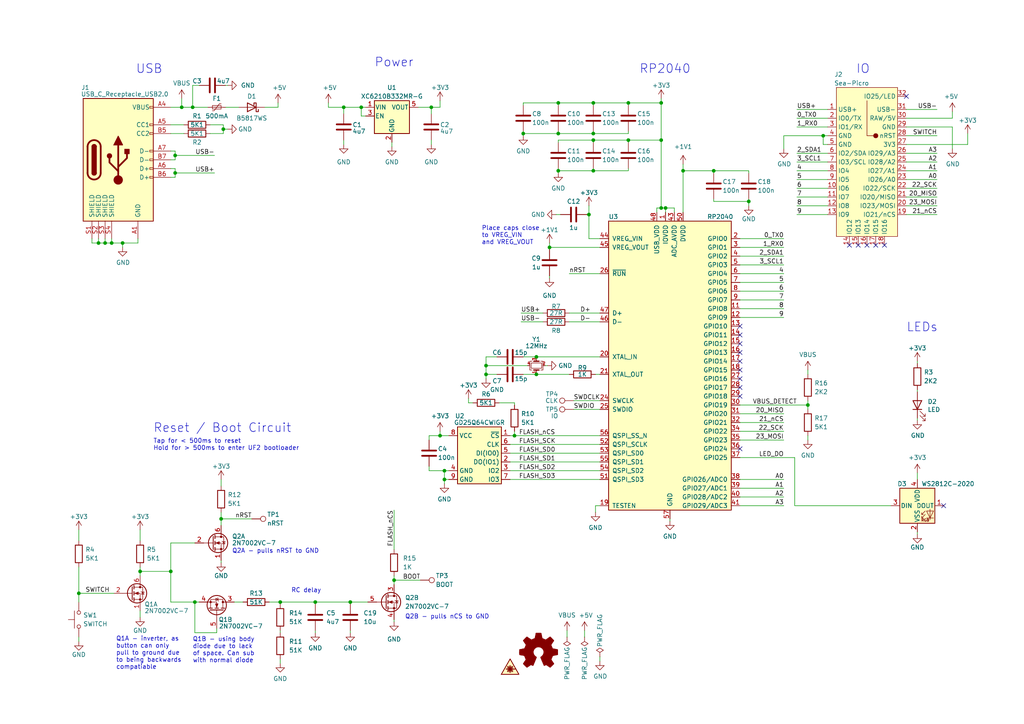
<source format=kicad_sch>
(kicad_sch (version 20211123) (generator eeschema)
  (paper "A4")
  (title_block (title "Sea Picro RST") (date "2022-07-28") (rev "1.0") (company "Josh Johnson"))
  (junction (at 170.815 62.23))
  (junction (at 40.64 165.735))
  (junction (at 32.385 70.485))
  (junction (at 140.97 106.045))
  (junction (at 207.01 49.53))
  (junction (at 125.095 31.115))
  (junction (at 56.515 174.625))
  (junction (at 64.77 37.465))
  (junction (at 64.135 150.495))
  (junction (at 172.085 38.735))
  (junction (at 182.245 29.845))
  (junction (at 151.765 38.735))
  (junction (at 161.925 49.53))
  (junction (at 182.245 40.64))
  (junction (at 50.8 45.085))
  (junction (at 234.315 117.475))
  (junction (at 28.575 70.485))
  (junction (at 193.04 60.325))
  (junction (at 35.56 70.485))
  (junction (at 191.77 40.64))
  (junction (at 172.085 49.53))
  (junction (at 104.775 31.115))
  (junction (at 159.385 71.755))
  (junction (at 52.705 31.115))
  (junction (at 30.48 70.485))
  (junction (at 198.12 49.53))
  (junction (at 50.8 50.165))
  (junction (at 101.6 174.625))
  (junction (at 155.575 108.585))
  (junction (at 22.86 172.085))
  (junction (at 161.925 38.735))
  (junction (at 91.44 174.625))
  (junction (at 127.635 126.365))
  (junction (at 49.53 165.735))
  (junction (at 140.97 108.585))
  (junction (at 155.575 103.505))
  (junction (at 128.905 136.525))
  (junction (at 55.88 31.115))
  (junction (at 99.695 31.115))
  (junction (at 81.28 174.625))
  (junction (at 114.3 168.275))
  (junction (at 128.905 139.065))
  (junction (at 172.085 29.845))
  (junction (at 191.77 29.845))
  (junction (at 172.085 40.64))
  (junction (at 149.225 126.365))
  (junction (at 161.925 29.845))
  (junction (at 217.17 58.42))
  (junction (at 238.76 39.37))
  (junction (at 191.77 60.325))
  (no_connect (at 214.63 130.175))
  (no_connect (at 214.63 107.315))
  (no_connect (at 214.63 112.395))
  (no_connect (at 214.63 97.155))
  (no_connect (at 214.63 99.695))
  (no_connect (at 214.63 114.935))
  (no_connect (at 214.63 104.775))
  (no_connect (at 214.63 94.615))
  (no_connect (at 214.63 109.855))
  (no_connect (at 273.685 146.685))
  (no_connect (at 214.63 102.235))
  (no_connect (at 254 71.12))
  (no_connect (at 256.54 71.12))
  (no_connect (at 262.89 27.94))
  (no_connect (at 251.46 71.12))
  (no_connect (at 248.92 71.12))
  (no_connect (at 246.38 71.12))
  (wire (pts (xy 128.905 136.525) (xy 128.905 139.065)))
  (wire (pts (xy 50.8 48.895) (xy 50.8 50.165)))
  (wire (pts (xy 266.065 121.285) (xy 266.065 121.92)))
  (wire (pts (xy 127.635 126.365) (xy 124.46 126.365)))
  (wire (pts (xy 151.765 30.48) (xy 151.765 29.845)))
  (wire (pts (xy 191.77 29.845) (xy 191.77 40.64)))
  (wire (pts (xy 60.96 36.195) (xy 64.77 36.195)))
  (wire (pts (xy 147.955 126.365) (xy 149.225 126.365)))
  (wire (pts (xy 182.245 29.845) (xy 191.77 29.845)))
  (wire (pts (xy 207.01 49.53) (xy 198.12 49.53)))
  (wire (pts (xy 56.515 174.625) (xy 49.53 174.625)))
  (wire (pts (xy 231.14 59.69) (xy 240.03 59.69)))
  (wire (pts (xy 191.77 40.64) (xy 191.77 60.325)))
  (wire (pts (xy 262.89 44.45) (xy 271.78 44.45)))
  (wire (pts (xy 114.3 167.005) (xy 114.3 168.275)))
  (wire (pts (xy 28.575 70.485) (xy 30.48 70.485)))
  (wire (pts (xy 182.245 29.845) (xy 182.245 30.48)))
  (wire (pts (xy 234.315 126.365) (xy 234.315 127.635)))
  (wire (pts (xy 214.63 92.075) (xy 227.33 92.075)))
  (wire (pts (xy 26.67 70.485) (xy 28.575 70.485)))
  (wire (pts (xy 140.97 103.505) (xy 140.97 106.045)))
  (wire (pts (xy 40.64 164.465) (xy 40.64 165.735)))
  (wire (pts (xy 80.645 31.115) (xy 80.645 29.845)))
  (wire (pts (xy 157.48 93.345) (xy 151.13 93.345)))
  (wire (pts (xy 231.14 57.15) (xy 240.03 57.15)))
  (wire (pts (xy 65.405 31.115) (xy 69.215 31.115)))
  (wire (pts (xy 32.385 69.215) (xy 32.385 70.485)))
  (wire (pts (xy 231.14 54.61) (xy 240.03 54.61)))
  (wire (pts (xy 64.135 148.59) (xy 64.135 150.495)))
  (wire (pts (xy 161.925 48.895) (xy 161.925 49.53)))
  (wire (pts (xy 173.99 71.755) (xy 159.385 71.755)))
  (wire (pts (xy 155.575 108.585) (xy 165.1 108.585)))
  (wire (pts (xy 198.12 49.53) (xy 198.12 61.595)))
  (wire (pts (xy 22.86 164.465) (xy 22.86 172.085)))
  (wire (pts (xy 214.63 71.755) (xy 227.33 71.755)))
  (wire (pts (xy 99.695 31.115) (xy 104.775 31.115)))
  (wire (pts (xy 22.86 172.085) (xy 22.86 174.625)))
  (wire (pts (xy 231.14 36.83) (xy 240.03 36.83)))
  (wire (pts (xy 169.545 182.88) (xy 169.545 184.785)))
  (wire (pts (xy 230.505 146.685) (xy 230.505 132.715)))
  (wire (pts (xy 55.88 24.765) (xy 57.785 24.765)))
  (wire (pts (xy 49.53 48.895) (xy 50.8 48.895)))
  (wire (pts (xy 50.8 50.165) (xy 50.8 51.435)))
  (wire (pts (xy 191.77 28.575) (xy 191.77 29.845)))
  (wire (pts (xy 276.225 34.29) (xy 276.225 32.385)))
  (wire (pts (xy 50.8 45.085) (xy 62.23 45.085)))
  (wire (pts (xy 238.76 41.91) (xy 238.76 39.37)))
  (wire (pts (xy 276.225 36.83) (xy 276.225 43.18)))
  (wire (pts (xy 172.085 30.48) (xy 172.085 29.845)))
  (wire (pts (xy 166.37 118.745) (xy 173.99 118.745)))
  (wire (pts (xy 64.135 150.495) (xy 73.025 150.495)))
  (wire (pts (xy 262.89 46.99) (xy 271.78 46.99)))
  (wire (pts (xy 207.01 57.785) (xy 207.01 58.42)))
  (wire (pts (xy 266.065 105.41) (xy 266.065 104.775)))
  (wire (pts (xy 193.04 60.325) (xy 191.77 60.325)))
  (wire (pts (xy 231.14 31.75) (xy 240.03 31.75)))
  (wire (pts (xy 231.14 46.99) (xy 240.03 46.99)))
  (wire (pts (xy 64.135 150.495) (xy 64.135 152.4)))
  (wire (pts (xy 81.28 191.135) (xy 81.28 192.405)))
  (wire (pts (xy 182.245 38.1) (xy 182.245 38.735)))
  (wire (pts (xy 172.085 38.735) (xy 182.245 38.735)))
  (wire (pts (xy 240.03 41.91) (xy 238.76 41.91)))
  (wire (pts (xy 214.63 144.145) (xy 227.33 144.145)))
  (wire (pts (xy 49.53 174.625) (xy 49.53 165.735)))
  (wire (pts (xy 121.285 31.115) (xy 125.095 31.115)))
  (wire (pts (xy 140.97 108.585) (xy 140.97 109.855)))
  (wire (pts (xy 114.3 147.955) (xy 114.3 159.385)))
  (wire (pts (xy 22.86 153.67) (xy 22.86 156.845)))
  (wire (pts (xy 101.6 174.625) (xy 106.68 174.625)))
  (wire (pts (xy 214.63 74.295) (xy 227.33 74.295)))
  (wire (pts (xy 214.63 127.635) (xy 227.33 127.635)))
  (wire (pts (xy 64.77 36.195) (xy 64.77 37.465)))
  (wire (pts (xy 182.245 48.895) (xy 182.245 49.53)))
  (wire (pts (xy 147.955 133.985) (xy 173.99 133.985)))
  (wire (pts (xy 161.925 38.735) (xy 172.085 38.735)))
  (wire (pts (xy 207.01 49.53) (xy 217.17 49.53)))
  (wire (pts (xy 53.34 36.195) (xy 49.53 36.195)))
  (wire (pts (xy 127.635 29.21) (xy 127.635 31.115)))
  (wire (pts (xy 140.97 106.045) (xy 140.97 108.585)))
  (wire (pts (xy 159.385 70.485) (xy 159.385 71.755)))
  (wire (pts (xy 170.815 62.23) (xy 170.815 69.215)))
  (wire (pts (xy 99.695 31.115) (xy 99.695 33.02)))
  (wire (pts (xy 149.225 125.095) (xy 149.225 126.365)))
  (wire (pts (xy 172.085 49.53) (xy 182.245 49.53)))
  (wire (pts (xy 198.12 47.625) (xy 198.12 49.53)))
  (wire (pts (xy 157.48 90.805) (xy 151.13 90.805)))
  (wire (pts (xy 266.065 113.665) (xy 266.065 113.03)))
  (wire (pts (xy 262.89 39.37) (xy 271.78 39.37)))
  (wire (pts (xy 217.17 58.42) (xy 217.17 59.69)))
  (wire (pts (xy 49.53 43.815) (xy 50.8 43.815)))
  (wire (pts (xy 172.085 29.845) (xy 182.245 29.845)))
  (wire (pts (xy 234.315 117.475) (xy 234.315 118.745)))
  (wire (pts (xy 214.63 117.475) (xy 234.315 117.475)))
  (wire (pts (xy 262.89 36.83) (xy 276.225 36.83)))
  (wire (pts (xy 65.405 24.765) (xy 66.04 24.765)))
  (wire (pts (xy 207.01 50.165) (xy 207.01 49.53)))
  (wire (pts (xy 50.8 46.355) (xy 49.53 46.355)))
  (wire (pts (xy 22.86 172.085) (xy 33.02 172.085)))
  (wire (pts (xy 161.925 29.845) (xy 161.925 30.48)))
  (wire (pts (xy 101.6 182.88) (xy 101.6 183.515)))
  (wire (pts (xy 130.175 136.525) (xy 128.905 136.525)))
  (wire (pts (xy 26.67 69.215) (xy 26.67 70.485)))
  (wire (pts (xy 262.89 62.23) (xy 271.78 62.23)))
  (wire (pts (xy 104.775 33.655) (xy 104.775 31.115)))
  (wire (pts (xy 147.955 136.525) (xy 173.99 136.525)))
  (wire (pts (xy 50.8 51.435) (xy 49.53 51.435)))
  (wire (pts (xy 128.905 139.065) (xy 130.175 139.065)))
  (wire (pts (xy 262.89 52.07) (xy 271.78 52.07)))
  (wire (pts (xy 214.63 139.065) (xy 227.33 139.065)))
  (wire (pts (xy 52.705 28.575) (xy 52.705 31.115)))
  (wire (pts (xy 28.575 69.215) (xy 28.575 70.485)))
  (wire (pts (xy 214.63 141.605) (xy 227.33 141.605)))
  (wire (pts (xy 266.065 137.16) (xy 266.065 139.065)))
  (wire (pts (xy 81.28 182.88) (xy 81.28 183.515)))
  (wire (pts (xy 140.97 108.585) (xy 144.145 108.585)))
  (wire (pts (xy 50.8 45.085) (xy 50.8 46.355)))
  (wire (pts (xy 101.6 175.26) (xy 101.6 174.625)))
  (wire (pts (xy 214.63 84.455) (xy 227.33 84.455)))
  (wire (pts (xy 161.925 49.53) (xy 172.085 49.53)))
  (wire (pts (xy 60.96 38.735) (xy 64.77 38.735)))
  (wire (pts (xy 151.765 29.845) (xy 161.925 29.845)))
  (wire (pts (xy 172.085 40.64) (xy 172.085 41.275)))
  (wire (pts (xy 40.64 165.735) (xy 40.64 167.005)))
  (wire (pts (xy 172.085 38.1) (xy 172.085 38.735)))
  (wire (pts (xy 234.315 107.315) (xy 234.315 108.585)))
  (wire (pts (xy 125.095 31.115) (xy 125.095 33.02)))
  (wire (pts (xy 173.99 146.685) (xy 172.72 146.685)))
  (wire (pts (xy 164.465 182.88) (xy 164.465 184.785)))
  (wire (pts (xy 128.905 139.065) (xy 128.905 140.335)))
  (wire (pts (xy 32.385 70.485) (xy 35.56 70.485)))
  (wire (pts (xy 30.48 70.485) (xy 32.385 70.485)))
  (wire (pts (xy 217.17 49.53) (xy 217.17 50.165)))
  (wire (pts (xy 147.955 128.905) (xy 173.99 128.905)))
  (wire (pts (xy 172.72 146.685) (xy 172.72 148.59)))
  (wire (pts (xy 135.89 115.57) (xy 135.89 116.84)))
  (wire (pts (xy 214.63 122.555) (xy 227.33 122.555)))
  (wire (pts (xy 64.135 139.065) (xy 64.135 140.97)))
  (wire (pts (xy 147.955 139.065) (xy 173.99 139.065)))
  (wire (pts (xy 149.225 116.84) (xy 149.225 117.475)))
  (wire (pts (xy 113.665 41.275) (xy 113.665 42.545)))
  (wire (pts (xy 151.765 38.735) (xy 161.925 38.735)))
  (wire (pts (xy 81.28 174.625) (xy 91.44 174.625)))
  (wire (pts (xy 106.045 33.655) (xy 104.775 33.655)))
  (wire (pts (xy 230.505 146.685) (xy 258.445 146.685)))
  (wire (pts (xy 161.925 29.845) (xy 172.085 29.845)))
  (wire (pts (xy 67.945 174.625) (xy 70.485 174.625)))
  (wire (pts (xy 193.04 60.325) (xy 193.04 61.595)))
  (wire (pts (xy 127.635 125.095) (xy 127.635 126.365)))
  (wire (pts (xy 151.765 38.735) (xy 151.765 39.37)))
  (wire (pts (xy 234.315 116.205) (xy 234.315 117.475)))
  (wire (pts (xy 50.8 50.165) (xy 62.23 50.165)))
  (wire (pts (xy 231.14 52.07) (xy 240.03 52.07)))
  (wire (pts (xy 262.89 57.15) (xy 271.78 57.15)))
  (wire (pts (xy 173.99 191.77) (xy 173.99 190.5)))
  (wire (pts (xy 151.765 38.1) (xy 151.765 38.735)))
  (wire (pts (xy 173.99 69.215) (xy 170.815 69.215)))
  (wire (pts (xy 214.63 81.915) (xy 227.33 81.915)))
  (wire (pts (xy 214.63 79.375) (xy 227.33 79.375)))
  (wire (pts (xy 144.78 116.84) (xy 149.225 116.84)))
  (wire (pts (xy 50.8 43.815) (xy 50.8 45.085)))
  (wire (pts (xy 214.63 132.715) (xy 230.505 132.715)))
  (wire (pts (xy 55.88 31.115) (xy 60.325 31.115)))
  (wire (pts (xy 166.37 116.205) (xy 173.99 116.205)))
  (wire (pts (xy 182.245 40.64) (xy 191.77 40.64)))
  (wire (pts (xy 56.515 183.515) (xy 56.515 174.625)))
  (wire (pts (xy 214.63 125.095) (xy 227.33 125.095)))
  (wire (pts (xy 214.63 89.535) (xy 227.33 89.535)))
  (wire (pts (xy 194.31 150.495) (xy 194.31 151.13)))
  (wire (pts (xy 40.64 177.165) (xy 40.64 179.07)))
  (wire (pts (xy 170.18 62.23) (xy 170.815 62.23)))
  (wire (pts (xy 125.095 40.64) (xy 125.095 41.91)))
  (wire (pts (xy 195.58 60.325) (xy 193.04 60.325)))
  (wire (pts (xy 81.28 174.625) (xy 78.105 174.625)))
  (wire (pts (xy 159.385 71.755) (xy 159.385 72.39)))
  (wire (pts (xy 172.085 48.895) (xy 172.085 49.53)))
  (wire (pts (xy 149.225 126.365) (xy 173.99 126.365)))
  (wire (pts (xy 262.89 54.61) (xy 271.78 54.61)))
  (wire (pts (xy 231.14 44.45) (xy 240.03 44.45)))
  (wire (pts (xy 81.28 175.26) (xy 81.28 174.625)))
  (wire (pts (xy 191.77 60.325) (xy 190.5 60.325)))
  (wire (pts (xy 280.67 38.735) (xy 280.67 41.91)))
  (wire (pts (xy 49.53 165.735) (xy 40.64 165.735)))
  (wire (pts (xy 62.865 183.515) (xy 56.515 183.515)))
  (wire (pts (xy 161.925 40.64) (xy 172.085 40.64)))
  (wire (pts (xy 127.635 126.365) (xy 130.175 126.365)))
  (wire (pts (xy 159.385 80.01) (xy 159.385 80.645)))
  (wire (pts (xy 64.77 37.465) (xy 64.77 38.735)))
  (wire (pts (xy 214.63 76.835) (xy 227.33 76.835)))
  (wire (pts (xy 165.1 93.345) (xy 173.99 93.345)))
  (wire (pts (xy 217.17 57.785) (xy 217.17 58.42)))
  (wire (pts (xy 49.53 31.115) (xy 52.705 31.115)))
  (wire (pts (xy 40.64 153.67) (xy 40.64 156.845)))
  (wire (pts (xy 91.44 182.88) (xy 91.44 183.515)))
  (wire (pts (xy 266.065 154.305) (xy 266.065 154.94)))
  (wire (pts (xy 53.34 38.735) (xy 49.53 38.735)))
  (wire (pts (xy 151.765 108.585) (xy 155.575 108.585)))
  (wire (pts (xy 227.33 39.37) (xy 238.76 39.37)))
  (wire (pts (xy 95.25 31.115) (xy 95.25 29.845)))
  (wire (pts (xy 161.29 62.23) (xy 162.56 62.23)))
  (wire (pts (xy 158.115 106.045) (xy 158.75 106.045)))
  (wire (pts (xy 231.14 34.29) (xy 240.03 34.29)))
  (wire (pts (xy 161.925 41.275) (xy 161.925 40.64)))
  (wire (pts (xy 62.865 182.245) (xy 62.865 183.515)))
  (wire (pts (xy 165.1 90.805) (xy 173.99 90.805)))
  (wire (pts (xy 190.5 60.325) (xy 190.5 61.595)))
  (wire (pts (xy 114.3 179.705) (xy 114.3 180.34)))
  (wire (pts (xy 140.97 106.045) (xy 153.035 106.045)))
  (wire (pts (xy 182.245 41.275) (xy 182.245 40.64)))
  (wire (pts (xy 227.33 39.37) (xy 227.33 43.18)))
  (wire (pts (xy 64.135 162.56) (xy 64.135 163.195)))
  (wire (pts (xy 125.095 31.115) (xy 127.635 31.115)))
  (wire (pts (xy 104.775 31.115) (xy 106.045 31.115)))
  (wire (pts (xy 161.925 49.53) (xy 161.925 50.165)))
  (wire (pts (xy 173.99 79.375) (xy 165.1 79.375)))
  (wire (pts (xy 40.005 69.215) (xy 40.005 70.485)))
  (wire (pts (xy 66.04 37.465) (xy 64.77 37.465)))
  (wire (pts (xy 161.925 38.1) (xy 161.925 38.735)))
  (wire (pts (xy 55.88 24.765) (xy 55.88 31.115)))
  (wire (pts (xy 52.705 31.115) (xy 55.88 31.115)))
  (wire (pts (xy 195.58 61.595) (xy 195.58 60.325)))
  (wire (pts (xy 214.63 146.685) (xy 227.33 146.685)))
  (wire (pts (xy 262.89 41.91) (xy 280.67 41.91)))
  (wire (pts (xy 262.89 49.53) (xy 271.78 49.53)))
  (wire (pts (xy 231.14 49.53) (xy 240.03 49.53)))
  (wire (pts (xy 124.46 126.365) (xy 124.46 127.635)))
  (wire (pts (xy 30.48 69.215) (xy 30.48 70.485)))
  (wire (pts (xy 155.575 103.505) (xy 173.99 103.505)))
  (wire (pts (xy 214.63 120.015) (xy 227.33 120.015)))
  (wire (pts (xy 147.955 131.445) (xy 173.99 131.445)))
  (wire (pts (xy 49.53 157.48) (xy 56.515 157.48)))
  (wire (pts (xy 207.01 58.42) (xy 217.17 58.42)))
  (wire (pts (xy 35.56 70.485) (xy 40.005 70.485)))
  (wire (pts (xy 76.835 31.115) (xy 80.645 31.115)))
  (wire (pts (xy 124.46 135.255) (xy 124.46 136.525)))
  (wire (pts (xy 99.695 40.64) (xy 99.695 41.91)))
  (wire (pts (xy 95.25 31.115) (xy 99.695 31.115)))
  (wire (pts (xy 262.89 34.29) (xy 276.225 34.29)))
  (wire (pts (xy 231.14 62.23) (xy 240.03 62.23)))
  (wire (pts (xy 262.89 31.75) (xy 271.78 31.75)))
  (wire (pts (xy 114.3 168.275) (xy 121.92 168.275)))
  (wire (pts (xy 262.89 59.69) (xy 271.78 59.69)))
  (wire (pts (xy 135.89 116.84) (xy 137.16 116.84)))
  (wire (pts (xy 172.085 40.64) (xy 182.245 40.64)))
  (wire (pts (xy 170.815 59.69) (xy 170.815 62.23)))
  (wire (pts (xy 144.145 103.505) (xy 140.97 103.505)))
  (wire (pts (xy 124.46 136.525) (xy 128.905 136.525)))
  (wire (pts (xy 172.72 108.585) (xy 173.99 108.585)))
  (wire (pts (xy 91.44 175.26) (xy 91.44 174.625)))
  (wire (pts (xy 238.76 39.37) (xy 240.03 39.37)))
  (wire (pts (xy 214.63 69.215) (xy 227.33 69.215)))
  (wire (pts (xy 56.515 174.625) (xy 57.785 174.625)))
  (wire (pts (xy 114.3 168.275) (xy 114.3 169.545)))
  (wire (pts (xy 49.53 157.48) (xy 49.53 165.735)))
  (wire (pts (xy 91.44 174.625) (xy 101.6 174.625)))
  (wire (pts (xy 214.63 86.995) (xy 227.33 86.995)))
  (wire (pts (xy 151.765 103.505) (xy 155.575 103.505)))
  (wire (pts (xy 22.86 184.785) (xy 22.86 186.055)))
  (wire (pts (xy 35.56 71.755) (xy 35.56 70.485)))
  (text "LEDs" (at 262.89 96.52 0) (effects (font (size 2.54 2.54)) (justify left bottom)))
  (text "RP2040" (at 185.42 21.59 0) (effects (font (size 2.54 2.54)) (justify left bottom)))
  (text "Power" (at 108.585 19.685 0) (effects (font (size 2.54 2.54)) (justify left bottom)))
  (text "Q2A - pulls nRST to GND" (at 67.31 160.655 0) (effects (font (size 1.27 1.27)) (justify left bottom)))
  (text "Q1A - inverter, as \nbutton can only \npull to ground due\nto being backwards\ncompatiable" (at 33.655 194.31 0) (effects (font (size 1.27 1.27)) (justify left bottom)))
  (text "Place caps close \nto VREG_VIN \nand VREG_VOUT" (at 139.7 71.12 0) (effects (font (size 1.27 1.27)) (justify left bottom)))
  (text "Q1B - using body \ndiode due to lack\nof space. Can sub\nwith normal diode" (at 55.88 192.405 0) (effects (font (size 1.27 1.27)) (justify left bottom)))
  (text "Tap for < 500ms to reset\nHold for > 500ms to enter UF2 bootloader" (at 44.45 130.81 0) (effects (font (size 1.27 1.27)) (justify left bottom)))
  (text "RC delay" (at 84.455 172.085 0) (effects (font (size 1.27 1.27)) (justify left bottom)))
  (text "Reset / Boot Circuit" (at 44.45 125.73 0) (effects (font (size 2.54 2.54)) (justify left bottom)))
  (text "IO" (at 248.285 21.59 0) (effects (font (size 2.54 2.54)) (justify left bottom)))
  (text "USB" (at 39.37 21.59 0) (effects (font (size 2.54 2.54)) (justify left bottom)))
  (text "Q2B - pulls nCS to GND" (at 117.475 179.705 0) (effects (font (size 1.27 1.27)) (justify left bottom)))
  (label "23_MOSI" (at 227.33 127.635 180))
  (label "USB-" (at 62.23 45.085 180))
  (label "4" (at 231.14 49.53 0))
  (label "SWDIO" (at 166.37 118.745 0))
  (label "3_SCL1" (at 227.33 76.835 180))
  (label "SWDCLK" (at 166.37 116.205 0))
  (label "22_SCK" (at 227.33 125.095 180))
  (label "7" (at 231.14 57.15 0))
  (label "A2" (at 227.33 144.145 180))
  (label "4" (at 227.33 79.375 180))
  (label "3_SCL1" (at 231.14 46.99 0))
  (label "USB-" (at 271.78 31.75 180))
  (label "2_SDA1" (at 231.14 44.45 0))
  (label "5" (at 231.14 52.07 0))
  (label "USB+" (at 231.14 31.75 0))
  (label "22_SCK" (at 271.78 54.61 180))
  (label "6" (at 231.14 54.61 0))
  (label "nRST" (at 165.1 79.375 0))
  (label "20_MISO" (at 227.33 120.015 180))
  (label "USB-" (at 151.13 93.345 0))
  (label "23_MOSI" (at 271.78 59.69 180))
  (label "FLASH_SD0" (at 150.495 131.445 0))
  (label "FLASH_SD3" (at 150.495 139.065 0))
  (label "SWITCH" (at 24.765 172.085 0))
  (label "FLASH_nCS" (at 114.3 147.955 270))
  (label "9" (at 227.33 92.075 180))
  (label "A1" (at 227.33 141.605 180))
  (label "FLASH_nCS" (at 150.495 126.365 0))
  (label "21_nCS" (at 227.33 122.555 180))
  (label "8" (at 227.33 89.535 180))
  (label "5" (at 227.33 81.915 180))
  (label "A0" (at 227.33 139.065 180))
  (label "D-" (at 168.275 93.345 0))
  (label "USB+" (at 62.23 50.165 180))
  (label "0_TX0" (at 227.33 69.215 180))
  (label "USB+" (at 151.13 90.805 0))
  (label "LED_DO" (at 227.33 132.715 180))
  (label "9" (at 231.14 62.23 0))
  (label "6" (at 227.33 84.455 180))
  (label "21_nCS" (at 271.78 62.23 180))
  (label "7" (at 227.33 86.995 180))
  (label "8" (at 231.14 59.69 0))
  (label "nRST" (at 73.025 150.495 180))
  (label "0_TX0" (at 231.14 34.29 0))
  (label "D+" (at 168.275 90.805 0))
  (label "A3" (at 271.78 44.45 180))
  (label "FLASH_SCK" (at 150.495 128.905 0))
  (label "20_MISO" (at 271.78 57.15 180))
  (label "VBUS_DETECT" (at 231.14 117.475 180))
  (label "SWITCH" (at 271.78 39.37 180))
  (label "A0" (at 271.78 52.07 180))
  (label "1_RX0" (at 231.14 36.83 0))
  (label "A3" (at 227.33 146.685 180))
  (label "A2" (at 271.78 46.99 180))
  (label "1_RX0" (at 227.33 71.755 180))
  (label "BOOT" (at 121.92 168.275 180))
  (label "FLASH_SD2" (at 150.495 136.525 0))
  (label "2_SDA1" (at 227.33 74.295 180))
  (label "FLASH_SD1" (at 150.495 133.985 0))
  (label "A1" (at 271.78 49.53 180))
  (symbol (lib_id "power:GND") (at 35.56 71.755 0) (unit 1)
    (property "Reference" "#PWR01" (effects hide))
    (property "Value" "GND" (at 35.687 76.1492 0))
  )
  (symbol (lib_id "Device:R") (at 57.15 36.195 270) (unit 1)
    (property "Reference" "R1" (at 57.15 33.655 90))
    (property "Value" "5K1" (at 57.15 36.195 90))
    (property "Footprint" "Resistor_SMD:R_0402_1005Metric" (effects hide))
    (property "LCSC" "C25905" (effects hide))
    (property "MPN " "0402WGF5101TCE" (effects hide))
    (property "Manufacturer" "UNI-ROYAL(Uniroyal Elec)" (effects hide))
    (property "JLC Basic" "Y" (effects hide))
    (property "Substitute" "Y" (effects hide))
  )
  (symbol (lib_id "Device:R") (at 57.15 38.735 270) (unit 1)
    (property "Reference" "R2" (at 57.15 41.275 90))
    (property "Value" "5K1" (at 57.15 38.735 90))
    (property "Footprint" "Resistor_SMD:R_0402_1005Metric" (effects hide))
    (property "LCSC" "C25905" (effects hide))
    (property "MPN " "0402WGF5101TCE" (effects hide))
    (property "Manufacturer" "UNI-ROYAL(Uniroyal Elec)" (effects hide))
    (property "JLC Basic" "Y" (effects hide))
    (property "Substitute" "Y" (effects hide))
  )
  (symbol (lib_id "power:GND") (at 66.04 37.465 90) (unit 1)
    (property "Reference" "#PWR02" (effects hide))
    (property "Value" "GND" (at 71.12 37.465 90))
  )
  (symbol (lib_id "Device:D_Schottky") (at 73.025 31.115 180) (unit 1)
    (property "Reference" "D1" (at 73.025 27.94 0))
    (property "Value" "B5817WS" (at 73.025 34.29 0))
    (property "Footprint" "josh-passives-smt:D_SOD-323" (effects hide))
    (property "LCSC" "C122854" (effects hide))
    (property "MPN " "B5817WS" (effects hide))
    (property "Manufacturer" "Shikues" (effects hide))
    (property "JLC Basic" "N" (effects hide))
    (property "Substitute" "N" (effects hide))
  )
  (symbol (lib_id "power:+5V") (at 80.645 29.845 0) (unit 1)
    (property "Reference" "#PWR05" (effects hide))
    (property "Value" "+5V" (at 81.026 25.4508 0))
  )
  (symbol (lib_id "Device:Polyfuse_Small") (at 62.865 31.115 270) (unit 1)
    (property "Reference" "F1" (at 62.865 28.575 90))
    (property "Value" "500mA" (at 62.865 33.655 90))
    (property "Footprint" "josh-passives-smt:Fuse_0603_1608Metric" (effects hide))
    (property "LCSC" "C210357" (effects hide))
    (property "MPN " "MF-FSMF050X-2" (effects hide))
    (property "Manufacturer" "BOURNS" (effects hide))
    (property "JLC Basic" "N" (effects hide))
    (property "Substitute" "Y" (effects hide))
  )
  (symbol (lib_id "Device:LED") (at 266.065 117.475 90) (unit 1)
    (property "Reference" "D2" (at 269.0368 116.4844 90) (effects (justify right)))
    (property "Value" "LED" (at 269.0368 118.7958 90) (effects (justify right)))
    (property "Footprint" "LED_SMD:LED_0603_1608Metric" (effects hide))
    (property "LCSC" "C268294" (effects hide))
    (property "MPN " "OSK40603C1E" (effects hide))
    (property "Manufacturer" "OptoSupply" (effects hide))
    (property "JLC Basic" "Y" (effects hide))
    (property "Substitute" "Y - any pink" (effects hide))
  )
  (symbol (lib_id "power:GND") (at 266.065 121.92 0) (unit 1)
    (property "Reference" "#PWR07" (effects hide))
    (property "Value" "GND" (at 266.192 126.3142 0))
  )
  (symbol (lib_id "power:GND") (at 227.33 43.18 0) (unit 1)
    (property "Reference" "#PWR03" (effects hide))
    (property "Value" "GND" (at 227.457 47.5742 0))
  )
  (symbol (lib_id "power:+5V") (at 276.225 32.385 0) (mirror y) (unit 1)
    (property "Reference" "#PWR010" (effects hide))
    (property "Value" "+5V" (at 275.844 27.9908 0))
  )
  (symbol (lib_id "power:GND") (at 276.225 43.18 0) (unit 1)
    (property "Reference" "#PWR09" (effects hide))
    (property "Value" "GND" (at 276.352 47.5742 0))
  )
  (symbol (lib_id "power:PWR_FLAG") (at 173.99 190.5 0) (unit 1)
    (property "Reference" "#FLG04" (effects hide))
    (property "Value" "PWR_FLAG" (at 173.99 182.88 90))
  )
  (symbol (lib_id "power:GND") (at 173.99 191.77 0) (unit 1)
    (property "Reference" "#PWR017" (effects hide))
    (property "Value" "GND" (at 174.117 196.1642 0))
  )
  (symbol (lib_id "Graphic:Logo_Open_Hardware_Small") (at 156.21 189.23 0) (unit 1) (in_bom no)
    (property "Reference" "LOGO1" (effects hide))
    (property "Value" "Logo_Open_Hardware_Small" (effects hide))
    (property "Footprint" "josh-logos:OSHW_Logo_3.6x3.6_F.Mask" (effects hide))
  )
  (symbol (lib_id "Connector:TestPoint") (at 121.92 168.275 270) (unit 1) (in_bom no)
    (property "Reference" "TP3" (at 126.365 167.005 90) (effects (justify left)))
    (property "Value" "BOOT" (at 126.365 169.545 90) (effects (justify left)))
    (property "Footprint" "josh-test-point:TestPoint_SMDPad_D1.0mm_NO_SILK" (effects hide))
  )
  (symbol (lib_id "Device:C") (at 159.385 76.2 0) (mirror y) (unit 1)
    (property "Reference" "C9" (at 156.845 74.93 0) (effects (justify left)))
    (property "Value" "1u" (at 156.845 77.47 0) (effects (justify left)))
    (property "Footprint" "Capacitor_SMD:C_0402_1005Metric" (effects hide))
    (property "LCSC" "C52923" (effects hide))
    (property "MPN " "CL05A105KA5NQNC" (effects hide))
    (property "Manufacturer" "Samsung Electro-Mechanics" (effects hide))
    (property "JLC Basic" "Y" (effects hide))
    (property "Substitute" "Y" (effects hide))
  )
  (symbol (lib_id "power:GND") (at 99.695 41.91 0) (unit 1)
    (property "Reference" "#PWR06" (effects hide))
    (property "Value" "GND" (at 99.695 46.99 0))
  )
  (symbol (lib_id "Device:C") (at 101.6 179.07 0) (unit 1)
    (property "Reference" "C19" (at 105.41 177.7999 0) (effects (justify left)))
    (property "Value" "10u" (at 105.41 180.3399 0) (effects (justify left)))
    (property "Footprint" "Capacitor_SMD:C_0402_1005Metric" (effects hide))
    (property "JLC Basic" "Y" (effects hide))
    (property "LCSC" "C15525" (effects hide))
    (property "MPN " "CL05A106MQ5NUNC" (effects hide))
    (property "Manufacturer" "Samsung Electro-Mechanics" (effects hide))
    (property "Substitute" "Y" (effects hide))
  )
  (symbol (lib_id "Device:C") (at 124.46 131.445 0) (unit 1)
    (property "Reference" "C4" (at 127 130.175 0) (effects (justify left)))
    (property "Value" "100n" (at 127 132.715 0) (effects (justify left)))
    (property "Footprint" "Capacitor_SMD:C_0402_1005Metric" (effects hide))
    (property "LCSC" "C1525" (effects hide))
    (property "MPN " "CL05B104KO5NNNC" (effects hide))
    (property "Manufacturer" "Samsung Electro-Mechanics" (effects hide))
    (property "JLC Basic" "Y" (effects hide))
    (property "Substitute" "Y" (effects hide))
  )
  (symbol (lib_id "power:GND") (at 194.31 151.13 0) (unit 1)
    (property "Reference" "#PWR033" (effects hide))
    (property "Value" "GND" (at 194.31 155.575 0))
  )
  (symbol (lib_id "power:+5V") (at 169.545 182.88 0) (unit 1)
    (property "Reference" "#PWR0112" (effects hide))
    (property "Value" "+5V" (at 169.926 178.4858 0))
  )
  (symbol (lib_id "Transistor_FET:FDG6335N") (at 61.595 157.48 0) (unit 1)
    (property "Reference" "Q2" (at 69.215 155.575 0))
    (property "Value" "2N7002VC-7" (at 73.66 157.48 0))
    (property "Footprint" "josh-soic-sot-etc:SOT-563" (effects hide))
    (property "Datasheet" "http://www.gneic.com/product/datasheet/FDG6335N-1122853.pdf" (effects hide))
    (property "JLC Basic" "N" (effects hide))
    (property "LCSC" "C504145" (effects hide))
    (property "MPN " "2N7002V" (effects hide))
    (property "Manufacturer" "Changjiang Electronics Tech (CJ) " (effects hide))
    (property "Substitute" "Y" (effects hide))
  )
  (symbol (lib_id "Device:Crystal_GND24_Small") (at 155.575 106.045 90) (unit 1)
    (property "Reference" "Y1" (at 155.575 98.425 90))
    (property "Value" "12MHz" (at 155.575 100.33 90))
    (property "Footprint" "josh-oscillators:Crystal_SMD_2520-4Pin_2.5x2.0mm" (effects hide))
    (property "LCSC" "C2149204" (effects hide))
    (property "MPN " "2TJ412000HYGBC" (effects hide))
    (property "Manufacturer" "JYJE" (effects hide))
    (property "JLC Basic" "N" (effects hide))
    (property "LCSC2" "C2149205" (effects hide))
    (property "MPN2" "2TJ412000NYGBC" (effects hide))
    (property "Manufacturer2" "JYJE" (effects hide))
    (property "Substitute" "N" (effects hide))
  )
  (symbol (lib_id "josh-connector:USB_C_Receptacle_USB2.0_NO_SBU") (at 34.29 46.355 0) (unit 1)
    (property "Reference" "J1" (at 24.765 25.4 0))
    (property "Value" "USB_C_Receptacle_USB2.0" (at 36.195 27.305 0))
    (property "Footprint" "josh-connectors:USB-C_MID_MOUNT_918-418K2024S40000" (effects hide))
    (property "JLC Basic" "N" (effects hide))
    (property "LCSC" "C168688" (effects hide))
    (property "MPN " "918-418K2024S40000" (effects hide))
    (property "Manufacturer" "Jing Extension of the Electronic Co" (effects hide))
    (property "Substitute" "Y" (effects hide))
  )
  (symbol (lib_id "Transistor_FET:FDG6335N") (at 62.865 177.165 270) (mirror x) (unit 2)
    (property "Reference" "Q1" (at 65.405 179.705 90))
    (property "Value" "2N7002VC-7" (at 69.85 181.61 90))
    (property "Footprint" "josh-soic-sot-etc:SOT-563" (effects hide))
    (property "Datasheet" "http://www.gneic.com/product/datasheet/FDG6335N-1122853.pdf" (effects hide))
    (property "JLC Basic" "N" (effects hide))
    (property "LCSC" "C504145" (effects hide))
    (property "MPN " "2N7002V" (effects hide))
    (property "Manufacturer" "Changjiang Electronics Tech (CJ) " (effects hide))
    (property "Substitute" "Y" (effects hide))
  )
  (symbol (lib_id "power:+3V3") (at 191.77 28.575 0) (unit 1)
    (property "Reference" "#PWR032" (effects hide))
    (property "Value" "+3V3" (at 191.77 24.765 0))
  )
  (symbol (lib_id "power:GND") (at 66.04 24.765 90) (unit 1)
    (property "Reference" "#PWR018" (effects hide))
    (property "Value" "GND" (at 69.85 24.7649 90) (effects (justify right)))
  )
  (symbol (lib_id "Device:R") (at 161.29 90.805 90) (unit 1)
    (property "Reference" "R7" (at 161.29 88.9 90))
    (property "Value" "27R" (at 161.29 90.805 90))
    (property "Footprint" "Resistor_SMD:R_0402_1005Metric" (effects hide))
    (property "LCSC" "C25100" (effects hide))
    (property "MPN " "0402WGF270JTCE" (effects hide))
    (property "Manufacturer" "UNI-ROYAL(Uniroyal Elec)" (effects hide))
    (property "JLC Basic" "N" (effects hide))
    (property "Substitute" "Y" (effects hide))
  )
  (symbol (lib_id "Device:C") (at 161.925 45.085 0) (unit 1)
    (property "Reference" "C11" (at 164.465 43.815 0) (effects (justify left)))
    (property "Value" "100n" (at 164.465 46.355 0) (effects (justify left)))
    (property "Footprint" "Capacitor_SMD:C_0402_1005Metric" (effects hide))
    (property "LCSC" "C1525" (effects hide))
    (property "MPN " "CL05B104KO5NNNC" (effects hide))
    (property "Manufacturer" "Samsung Electro-Mechanics" (effects hide))
    (property "JLC Basic" "Y" (effects hide))
    (property "Substitute" "Y" (effects hide))
  )
  (symbol (lib_id "Connector:TestPoint") (at 73.025 150.495 270) (unit 1) (in_bom no)
    (property "Reference" "TP1" (at 77.47 149.225 90) (effects (justify left)))
    (property "Value" "nRST" (at 77.47 151.765 90) (effects (justify left)))
    (property "Footprint" "josh-test-point:TestPoint_SMDPad_D1.0mm_NO_SILK" (effects hide))
  )
  (symbol (lib_id "power:GND") (at 64.135 163.195 0) (unit 1)
    (property "Reference" "#PWR0101" (effects hide))
    (property "Value" "GND" (at 64.135 167.005 0))
  )
  (symbol (lib_id "josh-module:Sea-Picro") (at 251.46 48.26 0) (unit 1) (in_bom no)
    (property "Reference" "J2" (at 243.205 21.59 0))
    (property "Value" "Sea-Picro" (at 247.015 24.13 0))
    (property "Footprint" "josh-module:Sea-Picro_RST_Pins" (effects hide))
  )
  (symbol (lib_id "Device:R") (at 168.91 108.585 90) (unit 1)
    (property "Reference" "R9" (at 168.91 106.68 90))
    (property "Value" "1K" (at 168.91 108.585 90))
    (property "Footprint" "Resistor_SMD:R_0402_1005Metric" (effects hide))
    (property "LCSC" "C11702" (effects hide))
    (property "MPN " "0402WGF1001TCE" (effects hide))
    (property "Manufacturer" "UNI-ROYAL(Uniroyal Elec)" (effects hide))
    (property "JLC Basic" "Y" (effects hide))
    (property "Substitute" "Y" (effects hide))
  )
  (symbol (lib_id "power:+3V3") (at 135.89 115.57 0) (unit 1)
    (property "Reference" "#PWR023" (effects hide))
    (property "Value" "+3V3" (at 135.89 111.76 0))
  )
  (symbol (lib_id "power:GND") (at 151.765 39.37 0) (unit 1)
    (property "Reference" "#PWR024" (effects hide))
    (property "Value" "GND" (at 151.765 43.815 0))
  )
  (symbol (lib_id "Device:R") (at 22.86 160.655 0) (unit 1)
    (property "Reference" "R4" (at 24.765 159.3849 0) (effects (justify left)))
    (property "Value" "5K1" (at 24.765 161.9249 0) (effects (justify left)))
    (property "Footprint" "Resistor_SMD:R_0402_1005Metric" (effects hide))
    (property "LCSC" "C25905" (effects hide))
    (property "MPN " "0402WGF5101TCE" (effects hide))
    (property "Manufacturer" "UNI-ROYAL(Uniroyal Elec)" (effects hide))
    (property "JLC Basic" "Y" (effects hide))
    (property "Substitute" "Y" (effects hide))
  )
  (symbol (lib_id "Device:C") (at 182.245 45.085 0) (unit 1)
    (property "Reference" "C16" (at 184.785 43.815 0) (effects (justify left)))
    (property "Value" "100n" (at 184.785 46.355 0) (effects (justify left)))
    (property "Footprint" "Capacitor_SMD:C_0402_1005Metric" (effects hide))
    (property "LCSC" "C1525" (effects hide))
    (property "MPN " "CL05B104KO5NNNC" (effects hide))
    (property "Manufacturer" "Samsung Electro-Mechanics" (effects hide))
    (property "JLC Basic" "Y" (effects hide))
    (property "Substitute" "Y" (effects hide))
  )
  (symbol (lib_id "power:GND") (at 161.925 50.165 0) (unit 1)
    (property "Reference" "#PWR029" (effects hide))
    (property "Value" "GND" (at 161.925 54.61 0))
  )
  (symbol (lib_id "power:+3V3") (at 280.67 38.735 0) (unit 1)
    (property "Reference" "#PWR039" (effects hide))
    (property "Value" "+3V3" (at 280.67 34.925 0))
  )
  (symbol (lib_id "Device:R") (at 114.3 163.195 0) (unit 1)
    (property "Reference" "R15" (at 116.84 161.9249 0) (effects (justify left)))
    (property "Value" "1K" (at 116.84 164.4649 0) (effects (justify left)))
    (property "Footprint" "Resistor_SMD:R_0402_1005Metric" (effects hide))
    (property "LCSC" "C11702" (effects hide))
    (property "MPN " "0402WGF1001TCE" (effects hide))
    (property "Manufacturer" "UNI-ROYAL(Uniroyal Elec)" (effects hide))
    (property "JLC Basic" "Y" (effects hide))
    (property "Substitute" "Y" (effects hide))
  )
  (symbol (lib_id "power:+1V1") (at 198.12 47.625 0) (unit 1)
    (property "Reference" "#PWR034" (effects hide))
    (property "Value" "+1V1" (at 198.12 42.545 0))
  )
  (symbol (lib_id "Device:C") (at 217.17 53.975 0) (unit 1)
    (property "Reference" "C18" (at 219.71 52.705 0) (effects (justify left)))
    (property "Value" "100n" (at 219.71 55.245 0) (effects (justify left)))
    (property "Footprint" "Capacitor_SMD:C_0402_1005Metric" (effects hide))
    (property "LCSC" "C1525" (effects hide))
    (property "MPN " "CL05B104KO5NNNC" (effects hide))
    (property "Manufacturer" "Samsung Electro-Mechanics" (effects hide))
    (property "JLC Basic" "Y" (effects hide))
    (property "Substitute" "Y" (effects hide))
  )
  (symbol (lib_id "Device:R") (at 64.135 144.78 0) (unit 1)
    (property "Reference" "R12" (at 66.04 143.5099 0) (effects (justify left)))
    (property "Value" "5K1" (at 66.04 146.0499 0) (effects (justify left)))
    (property "Footprint" "Resistor_SMD:R_0402_1005Metric" (effects hide))
    (property "LCSC" "C25905" (effects hide))
    (property "MPN " "0402WGF5101TCE" (effects hide))
    (property "Manufacturer" "UNI-ROYAL(Uniroyal Elec)" (effects hide))
    (property "JLC Basic" "Y" (effects hide))
    (property "Substitute" "Y" (effects hide))
  )
  (symbol (lib_id "power:GND") (at 266.065 154.94 0) (unit 1)
    (property "Reference" "#PWR038" (effects hide))
    (property "Value" "GND" (at 266.065 158.75 0))
  )
  (symbol (lib_id "Device:C") (at 207.01 53.975 0) (unit 1)
    (property "Reference" "C17" (at 209.55 52.705 0) (effects (justify left)))
    (property "Value" "100n" (at 209.55 55.245 0) (effects (justify left)))
    (property "Footprint" "Capacitor_SMD:C_0402_1005Metric" (effects hide))
    (property "LCSC" "C1525" (effects hide))
    (property "MPN " "CL05B104KO5NNNC" (effects hide))
    (property "Manufacturer" "Samsung Electro-Mechanics" (effects hide))
    (property "JLC Basic" "Y" (effects hide))
    (property "Substitute" "Y" (effects hide))
  )
  (symbol (lib_id "Device:C") (at 151.765 34.29 0) (unit 1)
    (property "Reference" "C8" (at 154.305 33.02 0) (effects (justify left)))
    (property "Value" "100n" (at 154.305 35.56 0) (effects (justify left)))
    (property "Footprint" "Capacitor_SMD:C_0402_1005Metric" (effects hide))
    (property "LCSC" "C1525" (effects hide))
    (property "MPN " "CL05B104KO5NNNC" (effects hide))
    (property "Manufacturer" "Samsung Electro-Mechanics" (effects hide))
    (property "JLC Basic" "Y" (effects hide))
    (property "Substitute" "Y" (effects hide))
  )
  (symbol (lib_id "Device:R") (at 266.065 109.22 0) (unit 1)
    (property "Reference" "R3" (at 267.97 107.9499 0) (effects (justify left)))
    (property "Value" "2K2" (at 267.97 110.4899 0) (effects (justify left)))
    (property "Footprint" "Resistor_SMD:R_0402_1005Metric" (effects hide))
    (property "JLC Basic" "Y" (effects hide))
    (property "LCSC" "C25879" (effects hide))
    (property "MPN " "0402WGF2201TCE" (effects hide))
    (property "Manufacturer" "UNI-ROYAL(Uniroyal Elec)" (effects hide))
    (property "Substitute" "Y" (effects hide))
  )
  (symbol (lib_id "power:VBUS") (at 164.465 182.88 0) (unit 1)
    (property "Reference" "#PWR0113" (effects hide))
    (property "Value" "VBUS" (at 164.465 178.435 0))
  )
  (symbol (lib_id "power:GND") (at 128.905 140.335 0) (unit 1)
    (property "Reference" "#PWR021" (effects hide))
    (property "Value" "GND" (at 128.905 144.78 0))
  )
  (symbol (lib_id "power:+3V3") (at 127.635 29.21 0) (unit 1)
    (property "Reference" "#PWR016" (effects hide))
    (property "Value" "+3V3" (at 127.635 25.4 0))
  )
  (symbol (lib_id "Device:C") (at 166.37 62.23 90) (unit 1)
    (property "Reference" "C12" (at 166.37 58.42 90))
    (property "Value" "1u" (at 166.37 66.04 90))
    (property "Footprint" "Capacitor_SMD:C_0402_1005Metric" (effects hide))
    (property "LCSC" "C52923" (effects hide))
    (property "MPN " "CL05A105KA5NQNC" (effects hide))
    (property "Manufacturer" "Samsung Electro-Mechanics" (effects hide))
    (property "JLC Basic" "Y" (effects hide))
    (property "Substitute" "Y" (effects hide))
  )
  (symbol (lib_id "josh-memory:W25Q128JVSIQ") (at 135.255 131.445 0) (mirror y) (unit 1)
    (property "Reference" "U2" (at 133.35 120.65 0))
    (property "Value" "GD25Q64CWIGR" (at 139.065 122.555 0))
    (property "Footprint" "josh-dfn-qfn:WSON-8-1EP_6x5mm_P1.27mm_EP3.4x4mm" (effects hide))
    (property "LCSC" "C395511" (effects hide))
    (property "MPN " "GD25Q64CWIGR" (effects hide))
    (property "Manufacturer" "GigaDevice Semicon Beijing " (effects hide))
    (property "JLC Basic" "N" (effects hide))
    (property "LCSC2" "C2940197" (effects hide))
    (property "MPN2" "W25Q64JVZPIQ" (effects hide))
    (property "Manufacturer2" "Winbond" (effects hide))
    (property "Substitute" "N" (effects hide))
  )
  (symbol (lib_id "Device:R") (at 40.64 160.655 0) (unit 1)
    (property "Reference" "R5" (at 42.545 159.3849 0) (effects (justify left)))
    (property "Value" "5K1" (at 42.545 161.9249 0) (effects (justify left)))
    (property "Footprint" "Resistor_SMD:R_0402_1005Metric" (effects hide))
    (property "LCSC" "C25905" (effects hide))
    (property "MPN " "0402WGF5101TCE" (effects hide))
    (property "Manufacturer" "UNI-ROYAL(Uniroyal Elec)" (effects hide))
    (property "JLC Basic" "Y" (effects hide))
    (property "Substitute" "Y" (effects hide))
  )
  (symbol (lib_id "Device:C") (at 147.955 103.505 90) (unit 1)
    (property "Reference" "C6" (at 144.145 102.235 90))
    (property "Value" "15p" (at 151.13 102.235 90))
    (property "Footprint" "Capacitor_SMD:C_0402_1005Metric" (effects hide))
    (property "LCSC" "C1548" (effects hide))
    (property "MPN " "0402CG150J500NT" (effects hide))
    (property "Manufacturer" "FH(Guangdong Fenghua Advanced Tech)" (effects hide))
    (property "JLC Basic" "Y" (effects hide))
    (property "Substitute" "Y" (effects hide))
  )
  (symbol (lib_id "power:+3V3") (at 170.815 59.69 0) (unit 1)
    (property "Reference" "#PWR030" (effects hide))
    (property "Value" "+3V3" (at 170.815 55.88 0))
  )
  (symbol (lib_id "Device:R") (at 81.28 179.07 0) (unit 1)
    (property "Reference" "R14" (at 83.82 177.7999 0) (effects (justify left)))
    (property "Value" "51K" (at 83.82 180.3399 0) (effects (justify left)))
    (property "Footprint" "Resistor_SMD:R_0402_1005Metric" (effects hide))
    (property "JLC Basic" "Y" (effects hide))
    (property "LCSC" "C25794" (effects hide))
    (property "MPN " "0402WGF5102TCE" (effects hide))
    (property "Manufacturer" "UNI-ROYAL(Uniroyal Elec)" (effects hide))
    (property "Substitute" "Y" (effects hide))
  )
  (symbol (lib_id "Switch:SW_Push") (at 22.86 179.705 90) (unit 1)
    (property "Reference" "SW1" (at 24.13 178.4349 90) (effects (justify right)))
    (property "Value" "SWITCH" (at 24.13 180.9749 90) (effects (justify right)))
    (property "Footprint" "josh-buttons-switches:SW_Push_KMR2" (effects hide))
    (property "JLC Basic" "N" (effects hide))
    (property "LCSC" "C318893" (effects hide))
    (property "MPN " "TS-1185EC-C-D-B" (effects hide))
    (property "Manufacturer" "XKB Connectivity" (effects hide))
    (property "Substitute" "Y" (effects hide))
  )
  (symbol (lib_id "Graphic:SYM_LASER_Small") (at 147.955 193.675 0) (unit 1) (in_bom no)
    (property "Reference" "LOGO2" (effects hide))
    (property "Value" "Sea-Picro" (effects hide))
    (property "Footprint" "josh-logos:sea-picro-silk" (effects hide))
  )
  (symbol (lib_id "Device:R") (at 161.29 93.345 90) (unit 1)
    (property "Reference" "R8" (at 161.29 95.885 90))
    (property "Value" "27R" (at 161.29 93.345 90))
    (property "Footprint" "Resistor_SMD:R_0402_1005Metric" (effects hide))
    (property "LCSC" "C25100" (effects hide))
    (property "MPN " "0402WGF270JTCE" (effects hide))
    (property "Manufacturer" "UNI-ROYAL(Uniroyal Elec)" (effects hide))
    (property "JLC Basic" "N" (effects hide))
    (property "Substitute" "Y" (effects hide))
  )
  (symbol (lib_id "Device:C") (at 182.245 34.29 0) (unit 1)
    (property "Reference" "C15" (at 184.785 33.02 0) (effects (justify left)))
    (property "Value" "100n" (at 184.785 35.56 0) (effects (justify left)))
    (property "Footprint" "Capacitor_SMD:C_0402_1005Metric" (effects hide))
    (property "LCSC" "C1525" (effects hide))
    (property "MPN " "CL05B104KO5NNNC" (effects hide))
    (property "Manufacturer" "Samsung Electro-Mechanics" (effects hide))
    (property "JLC Basic" "Y" (effects hide))
    (property "Substitute" "Y" (effects hide))
  )
  (symbol (lib_id "power:+1V1") (at 159.385 70.485 0) (unit 1)
    (property "Reference" "#PWR026" (effects hide))
    (property "Value" "+1V1" (at 159.385 66.675 0))
  )
  (symbol (lib_id "power:GND") (at 125.095 41.91 0) (unit 1)
    (property "Reference" "#PWR015" (effects hide))
    (property "Value" "GND" (at 125.095 46.99 0))
  )
  (symbol (lib_id "power:GND") (at 81.28 192.405 0) (unit 1)
    (property "Reference" "#PWR0104" (effects hide))
    (property "Value" "GND" (at 81.28 196.85 0))
  )
  (symbol (lib_id "Device:C") (at 161.925 34.29 0) (unit 1)
    (property "Reference" "C10" (at 164.465 33.02 0) (effects (justify left)))
    (property "Value" "100n" (at 164.465 35.56 0) (effects (justify left)))
    (property "Footprint" "Capacitor_SMD:C_0402_1005Metric" (effects hide))
    (property "LCSC" "C1525" (effects hide))
    (property "MPN " "CL05B104KO5NNNC" (effects hide))
    (property "Manufacturer" "Samsung Electro-Mechanics" (effects hide))
    (property "JLC Basic" "Y" (effects hide))
    (property "Substitute" "Y" (effects hide))
  )
  (symbol (lib_id "power:GND") (at 234.315 127.635 0) (unit 1)
    (property "Reference" "#PWR0108" (effects hide))
    (property "Value" "GND" (at 234.315 132.08 0))
  )
  (symbol (lib_id "power:GND") (at 140.97 109.855 0) (unit 1)
    (property "Reference" "#PWR022" (effects hide))
    (property "Value" "GND" (at 144.145 113.03 0))
  )
  (symbol (lib_id "power:PWR_FLAG") (at 169.545 184.785 180) (unit 1)
    (property "Reference" "#FLG0101" (effects hide))
    (property "Value" "PWR_FLAG" (at 169.545 192.405 90))
  )
  (symbol (lib_id "power:GND") (at 22.86 186.055 0) (unit 1)
    (property "Reference" "#PWR0111" (effects hide))
    (property "Value" "GND" (at 22.86 189.865 0))
  )
  (symbol (lib_id "power:VBUS") (at 234.315 107.315 0) (unit 1)
    (property "Reference" "#PWR0114" (effects hide))
    (property "Value" "VBUS" (at 234.315 102.87 0))
  )
  (symbol (lib_id "power:GND") (at 114.3 180.34 0) (unit 1)
    (property "Reference" "#PWR0103" (effects hide))
    (property "Value" "GND" (at 114.3 185.42 0))
  )
  (symbol (lib_id "Transistor_FET:FDG6335N") (at 38.1 172.085 0) (unit 1)
    (property "Reference" "Q1" (at 41.91 175.26 0) (effects (justify left)))
    (property "Value" "2N7002VC-7" (at 41.91 177.165 0) (effects (justify left)))
    (property "Footprint" "josh-soic-sot-etc:SOT-563" (effects hide))
    (property "Datasheet" "http://www.gneic.com/product/datasheet/FDG6335N-1122853.pdf" (effects hide))
    (property "JLC Basic" "N" (effects hide))
    (property "LCSC" "C504145" (effects hide))
    (property "MPN " "2N7002V" (effects hide))
    (property "Manufacturer" "Changjiang Electronics Tech (CJ) " (effects hide))
    (property "Substitute" "Y" (effects hide))
  )
  (symbol (lib_id "Device:C") (at 91.44 179.07 0) (unit 1)
    (property "Reference" "C5" (at 94.615 177.7999 0) (effects (justify left)))
    (property "Value" "4u7" (at 94.615 180.3399 0) (effects (justify left)))
    (property "Footprint" "Capacitor_SMD:C_0402_1005Metric" (effects hide))
    (property "JLC Basic" "Y" (effects hide))
    (property "LCSC" "C23733" (effects hide))
    (property "MPN " "CL05A475MP5NRNC" (effects hide))
    (property "Manufacturer" "Samsung Electro-Mechanics" (effects hide))
    (property "Substitute" "Y" (effects hide))
  )
  (symbol (lib_id "josh-ic:RP2040") (at 194.31 112.395 0) (unit 1)
    (property "Reference" "U3" (at 176.53 62.865 0) (effects (justify left)))
    (property "Value" "RP2040" (at 205.105 62.865 0) (effects (justify left)))
    (property "Footprint" "josh-dfn-qfn:RP2040-QFN-56" (effects hide))
    (property "LCSC" "C2040" (effects hide))
    (property "MPN " "RP2040" (effects hide))
    (property "Manufacturer" "Raspberry Pi " (effects hide))
    (property "JLC Basic" "N" (effects hide))
    (property "Substitute" "N" (effects hide))
  )
  (symbol (lib_id "Device:C") (at 125.095 36.83 0) (unit 1)
    (property "Reference" "C2" (at 127.635 36.195 0) (effects (justify left)))
    (property "Value" "4u7" (at 127.635 38.1 0) (effects (justify left)))
    (property "Footprint" "Capacitor_SMD:C_0402_1005Metric" (effects hide))
    (property "LCSC" "C23733" (effects hide))
    (property "MPN " "CL05A475MP5NRNC" (effects hide))
    (property "Manufacturer" "Samsung Electro-Mechanics" (effects hide))
    (property "JLC Basic" "Y" (effects hide))
    (property "Substitute" "Y" (effects hide))
  )
  (symbol (lib_id "Device:C") (at 99.695 36.83 0) (unit 1)
    (property "Reference" "C1" (at 102.235 36.195 0) (effects (justify left)))
    (property "Value" "4u7" (at 102.235 38.1 0) (effects (justify left)))
    (property "Footprint" "Capacitor_SMD:C_0402_1005Metric" (effects hide))
    (property "LCSC" "C23733" (effects hide))
    (property "MPN " "CL05A475MP5NRNC" (effects hide))
    (property "Manufacturer" "Samsung Electro-Mechanics" (effects hide))
    (property "JLC Basic" "Y" (effects hide))
    (property "Substitute" "Y" (effects hide))
  )
  (symbol (lib_id "Device:C") (at 172.085 45.085 0) (unit 1)
    (property "Reference" "C14" (at 174.625 43.815 0) (effects (justify left)))
    (property "Value" "100n" (at 174.625 46.355 0) (effects (justify left)))
    (property "Footprint" "Capacitor_SMD:C_0402_1005Metric" (effects hide))
    (property "LCSC" "C1525" (effects hide))
    (property "MPN " "CL05B104KO5NNNC" (effects hide))
    (property "Manufacturer" "Samsung Electro-Mechanics" (effects hide))
    (property "JLC Basic" "Y" (effects hide))
    (property "Substitute" "Y" (effects hide))
  )
  (symbol (lib_id "power:GND") (at 113.665 42.545 0) (unit 1)
    (property "Reference" "#PWR011" (effects hide))
    (property "Value" "GND" (at 113.665 46.99 0))
  )
  (symbol (lib_id "power:VBUS") (at 52.705 28.575 0) (unit 1)
    (property "Reference" "#PWR014" (effects hide))
    (property "Value" "VBUS" (at 52.705 24.13 0))
  )
  (symbol (lib_id "power:+3V3") (at 40.64 153.67 0) (unit 1)
    (property "Reference" "#PWR0107" (effects hide))
    (property "Value" "+3V3" (at 40.64 149.86 0))
  )
  (symbol (lib_id "power:+3V3") (at 266.065 137.16 0) (unit 1)
    (property "Reference" "#PWR037" (effects hide))
    (property "Value" "+3V3" (at 266.065 132.715 0))
  )
  (symbol (lib_id "power:GND") (at 159.385 80.645 0) (unit 1)
    (property "Reference" "#PWR027" (effects hide))
    (property "Value" "GND" (at 159.385 85.725 0))
  )
  (symbol (lib_id "josh-led:WS2812C-2020") (at 266.065 146.685 0) (unit 1)
    (property "Reference" "D3" (at 261.62 140.335 0))
    (property "Value" "WS2812C-2020" (at 274.955 140.335 0))
    (property "Footprint" "josh-led:WS2812C-2020" (effects hide))
    (property "Datasheet" "https://cdn-shop.adafruit.com/datasheets/WS2812B.pdf" (effects hide))
    (property "LCSC" "C965556" (effects hide))
    (property "MPN " "WS2812C-2020" (effects hide))
    (property "Manufacturer" "Worldsemi " (effects hide))
    (property "JLC Basic" "N" (effects hide))
    (property "Substitute" "N" (effects hide))
  )
  (symbol (lib_id "Device:C") (at 61.595 24.765 90) (unit 1)
    (property "Reference" "C3" (at 57.15 23.495 90))
    (property "Value" "4u7" (at 64.77 23.495 90))
    (property "Footprint" "Capacitor_SMD:C_0402_1005Metric" (effects hide))
    (property "LCSC" "C23733" (effects hide))
    (property "MPN " "CL05A475MP5NRNC" (effects hide))
    (property "Manufacturer" "Samsung Electro-Mechanics" (effects hide))
    (property "JLC Basic" "Y" (effects hide))
    (property "Substitute" "Y" (effects hide))
  )
  (symbol (lib_id "power:GND") (at 91.44 183.515 0) (unit 1)
    (property "Reference" "#PWR0105" (effects hide))
    (property "Value" "GND" (at 91.44 187.96 0))
  )
  (symbol (lib_id "power:+3V3") (at 64.135 139.065 0) (unit 1)
    (property "Reference" "#PWR0102" (effects hide))
    (property "Value" "+3V3" (at 64.135 135.255 0))
  )
  (symbol (lib_id "Device:R") (at 140.97 116.84 90) (unit 1)
    (property "Reference" "R6" (at 140.97 114.3 90))
    (property "Value" "5K1" (at 140.97 116.84 90))
    (property "Footprint" "Resistor_SMD:R_0402_1005Metric" (effects hide))
    (property "LCSC" "C25905" (effects hide))
    (property "MPN " "0402WGF5101TCE" (effects hide))
    (property "Manufacturer" "UNI-ROYAL(Uniroyal Elec)" (effects hide))
    (property "JLC Basic" "Y" (effects hide))
    (property "Substitute" "Y" (effects hide))
  )
  (symbol (lib_id "Device:R") (at 234.315 112.395 0) (unit 1)
    (property "Reference" "R16" (at 236.22 111.1249 0) (effects (justify left)))
    (property "Value" "2K2" (at 236.22 113.6649 0) (effects (justify left)))
    (property "Footprint" "Resistor_SMD:R_0402_1005Metric" (effects hide))
    (property "JLC Basic" "Y" (effects hide))
    (property "LCSC" "C25879" (effects hide))
    (property "MPN " "0402WGF2201TCE" (effects hide))
    (property "Manufacturer" "UNI-ROYAL(Uniroyal Elec)" (effects hide))
    (property "Substitute" "Y" (effects hide))
  )
  (symbol (lib_id "power:GND") (at 172.72 148.59 0) (unit 1)
    (property "Reference" "#PWR031" (effects hide))
    (property "Value" "GND" (at 172.72 153.035 0))
  )
  (symbol (lib_id "Regulator_Linear:AP2112K-3.3") (at 113.665 33.655 0) (unit 1)
    (property "Reference" "U1" (at 113.665 25.4 0))
    (property "Value" "XC6210B332MR-G" (at 113.665 27.94 0))
    (property "Footprint" "josh-soic-sot-etc:SOT-23-5" (effects hide))
    (property "Datasheet" "https://www.diodes.com/assets/Datasheets/AP2112.pdf" (effects hide))
    (property "LCSC" "C47719" (effects hide))
    (property "MPN " "XC6210B332MR-G" (effects hide))
    (property "Manufacturer" "Torex Semiconductor" (effects hide))
    (property "JLC Basic" "N" (effects hide))
    (property "Substitute" "N" (effects hide))
  )
  (symbol (lib_id "power:GND") (at 158.75 106.045 90) (unit 1)
    (property "Reference" "#PWR025" (effects hide))
    (property "Value" "GND" (at 161.925 106.0449 90) (effects (justify right)))
  )
  (symbol (lib_id "power:PWR_FLAG") (at 164.465 184.785 180) (unit 1)
    (property "Reference" "#FLG0102" (effects hide))
    (property "Value" "PWR_FLAG" (at 164.465 192.405 90))
  )
  (symbol (lib_id "power:+3V3") (at 22.86 153.67 0) (unit 1)
    (property "Reference" "#PWR0110" (effects hide))
    (property "Value" "+3V3" (at 22.86 149.86 0))
  )
  (symbol (lib_id "Connector:TestPoint") (at 166.37 116.205 90) (unit 1) (in_bom no)
    (property "Reference" "TP4" (at 161.925 114.3 90) (effects (justify left)))
    (property "Value" "CLK" (at 161.925 116.205 90) (effects (justify left)))
    (property "Footprint" "josh-test-point:TestPoint_THTPad_D1.0mm_Drill0.5mm_NO_SILK" (effects hide))
  )
  (symbol (lib_id "power:+3V3") (at 266.065 104.775 0) (unit 1)
    (property "Reference" "#PWR036" (effects hide))
    (property "Value" "+3V3" (at 266.065 100.965 0))
  )
  (symbol (lib_id "power:+3V3") (at 127.635 125.095 0) (unit 1)
    (property "Reference" "#PWR020" (effects hide))
    (property "Value" "+3V3" (at 127.635 120.65 0))
  )
  (symbol (lib_id "power:GND") (at 161.29 62.23 270) (unit 1)
    (property "Reference" "#PWR028" (effects hide))
    (property "Value" "GND" (at 158.115 62.23 90) (effects (justify right)))
  )
  (symbol (lib_id "Device:R") (at 234.315 122.555 0) (unit 1)
    (property "Reference" "R17" (at 236.22 121.2849 0) (effects (justify left)))
    (property "Value" "5K1" (at 236.22 123.8249 0) (effects (justify left)))
    (property "Footprint" "Resistor_SMD:R_0402_1005Metric" (effects hide))
    (property "JLC Basic" "Y" (effects hide))
    (property "LCSC" "C25905" (effects hide))
    (property "MPN " "0402WGF5101TCE" (effects hide))
    (property "Manufacturer" "UNI-ROYAL(Uniroyal Elec)" (effects hide))
    (property "Substitute" "Y" (effects hide))
  )
  (symbol (lib_id "power:GND") (at 40.64 179.07 0) (unit 1)
    (property "Reference" "#PWR0109" (effects hide))
    (property "Value" "GND" (at 40.64 182.88 0))
  )
  (symbol (lib_id "Device:R") (at 149.225 121.285 0) (unit 1)
    (property "Reference" "R10" (at 151.13 120.0149 0) (effects (justify left)))
    (property "Value" "5K1" (at 151.13 122.5549 0) (effects (justify left)))
    (property "Footprint" "Resistor_SMD:R_0402_1005Metric" (effects hide))
    (property "LCSC" "C25905" (effects hide))
    (property "MPN " "0402WGF5101TCE" (effects hide))
    (property "Manufacturer" "UNI-ROYAL(Uniroyal Elec)" (effects hide))
    (property "JLC Basic" "Y" (effects hide))
    (property "Substitute" "Y" (effects hide))
  )
  (symbol (lib_id "Connector:TestPoint") (at 166.37 118.745 90) (unit 1) (in_bom no)
    (property "Reference" "TP5" (at 161.925 118.745 90) (effects (justify left)))
    (property "Value" "IO" (at 161.925 120.65 90) (effects (justify left)))
    (property "Footprint" "josh-test-point:TestPoint_THTPad_D1.0mm_Drill0.5mm_NO_SILK" (effects hide))
  )
  (symbol (lib_id "power:GND") (at 217.17 59.69 0) (unit 1)
    (property "Reference" "#PWR035" (effects hide))
    (property "Value" "GND" (at 217.17 63.5 0))
  )
  (symbol (lib_id "Device:R") (at 81.28 187.325 0) (unit 1)
    (property "Reference" "R11" (at 83.82 186.0549 0) (effects (justify left)))
    (property "Value" "51K" (at 83.82 188.5949 0) (effects (justify left)))
    (property "Footprint" "Resistor_SMD:R_0402_1005Metric" (effects hide))
    (property "JLC Basic" "Y" (effects hide))
    (property "LCSC" "C25794" (effects hide))
    (property "MPN " "0402WGF5102TCE" (effects hide))
    (property "Manufacturer" "UNI-ROYAL(Uniroyal Elec)" (effects hide))
    (property "Substitute" "Y" (effects hide))
  )
  (symbol (lib_id "Device:R") (at 74.295 174.625 90) (unit 1)
    (property "Reference" "R13" (at 74.295 172.085 90))
    (property "Value" "51K" (at 74.295 174.625 90))
    (property "Footprint" "Resistor_SMD:R_0402_1005Metric" (effects hide))
    (property "JLC Basic" "Y" (effects hide))
    (property "LCSC" "C25794" (effects hide))
    (property "MPN " "0402WGF5102TCE" (effects hide))
    (property "Manufacturer" "UNI-ROYAL(Uniroyal Elec)" (effects hide))
    (property "Substitute" "Y" (effects hide))
  )
  (symbol (lib_id "power:GND") (at 101.6 183.515 0) (unit 1)
    (property "Reference" "#PWR0106" (effects hide))
    (property "Value" "GND" (at 101.6 187.96 0))
  )
  (symbol (lib_id "Transistor_FET:FDG6335N") (at 111.76 174.625 0) (unit 2)
    (property "Reference" "Q2" (at 117.475 173.3549 0) (effects (justify left)))
    (property "Value" "2N7002VC-7" (at 117.475 175.8949 0) (effects (justify left)))
    (property "Footprint" "josh-soic-sot-etc:SOT-563" (effects hide))
    (property "Datasheet" "http://www.gneic.com/product/datasheet/FDG6335N-1122853.pdf" (effects hide))
    (property "JLC Basic" "N" (effects hide))
    (property "LCSC" "C504145" (effects hide))
    (property "MPN " "2N7002V" (effects hide))
    (property "Manufacturer" "Changjiang Electronics Tech (CJ) " (effects hide))
    (property "Substitute" "Y" (effects hide))
  )
  (symbol (lib_id "Device:C") (at 147.955 108.585 90) (unit 1)
    (property "Reference" "C7" (at 144.145 110.49 90))
    (property "Value" "15p" (at 151.13 109.855 90))
    (property "Footprint" "Capacitor_SMD:C_0402_1005Metric" (effects hide))
    (property "LCSC" "C1548" (effects hide))
    (property "MPN " "0402CG150J500NT" (effects hide))
    (property "Manufacturer" "FH(Guangdong Fenghua Advanced Tech)" (effects hide))
    (property "JLC Basic" "Y" (effects hide))
    (property "Substitute" "Y" (effects hide))
  )
  (symbol (lib_id "Device:C") (at 172.085 34.29 0) (unit 1)
    (property "Reference" "C13" (at 174.625 33.02 0) (effects (justify left)))
    (property "Value" "100n" (at 174.625 35.56 0) (effects (justify left)))
    (property "Footprint" "Capacitor_SMD:C_0402_1005Metric" (effects hide))
    (property "LCSC" "C1525" (effects hide))
    (property "MPN " "CL05B104KO5NNNC" (effects hide))
    (property "Manufacturer" "Samsung Electro-Mechanics" (effects hide))
    (property "JLC Basic" "Y" (effects hide))
    (property "Substitute" "Y" (effects hide))
  )
  (symbol (lib_id "power:+5V") (at 95.25 29.845 0) (unit 1)
    (property "Reference" "#PWR04" (effects hide))
    (property "Value" "+5V" (at 95.631 25.4508 0))
  )
)
</source>
